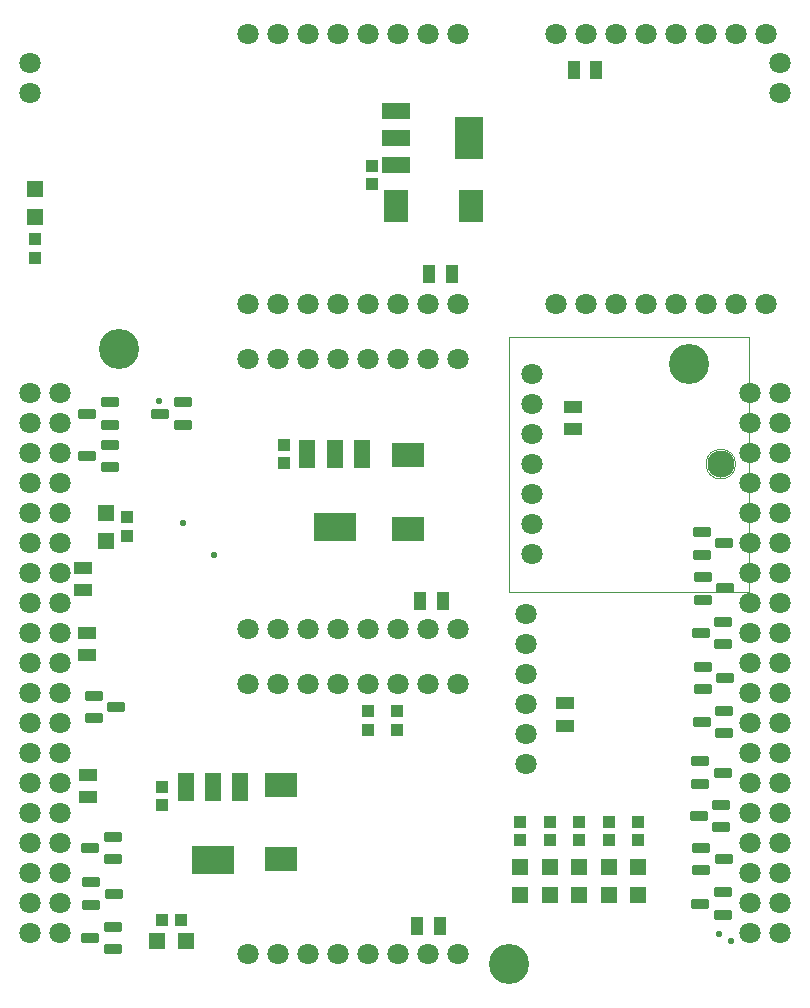
<source format=gbr>
%TF.GenerationSoftware,Altium Limited,Altium Designer,20.1.14 (287)*%
G04 Layer_Color=32768*
%FSLAX45Y45*%
%MOMM*%
%TF.SameCoordinates,7B5A7627-AB34-47FD-98C4-24A8EE2920DC*%
%TF.FilePolarity,Negative*%
%TF.FileFunction,Soldermask,Top*%
%TF.Part,Single*%
G01*
G75*
%TA.AperFunction,ComponentPad*%
%ADD35C,1.80000*%
%ADD36C,2.30000*%
%TA.AperFunction,WasherPad*%
%ADD37C,3.40000*%
%TA.AperFunction,ViaPad*%
%ADD38C,0.55000*%
%TA.AperFunction,NonConductor*%
%ADD44C,0.01270*%
%TA.AperFunction,SMDPad,CuDef*%
%ADD45R,1.50000X1.10000*%
G04:AMPARAMS|DCode=46|XSize=0.8mm|YSize=1.6mm|CornerRadius=0.16mm|HoleSize=0mm|Usage=FLASHONLY|Rotation=270.000|XOffset=0mm|YOffset=0mm|HoleType=Round|Shape=RoundedRectangle|*
%AMROUNDEDRECTD46*
21,1,0.80000,1.28000,0,0,270.0*
21,1,0.48000,1.60000,0,0,270.0*
1,1,0.32000,-0.64000,-0.24000*
1,1,0.32000,-0.64000,0.24000*
1,1,0.32000,0.64000,0.24000*
1,1,0.32000,0.64000,-0.24000*
%
%ADD46ROUNDEDRECTD46*%
%ADD47R,1.00000X1.00000*%
%ADD48R,1.45000X1.40000*%
%ADD49R,1.10000X1.50000*%
%ADD50R,1.00000X1.00000*%
%ADD51R,3.60000X2.40000*%
%ADD52R,1.40000X2.40000*%
%ADD53R,2.40000X3.60000*%
%ADD54R,2.40000X1.40000*%
%ADD55R,1.40000X1.45000*%
%ADD56R,2.70000X2.00000*%
%ADD57R,2.00000X2.70000*%
D35*
X4550000Y2733000D02*
D03*
X350000Y7654500D02*
D03*
Y7908500D02*
D03*
X6700000Y7654500D02*
D03*
Y7908500D02*
D03*
X6446000Y542500D02*
D03*
X6700000Y5114500D02*
D03*
Y4860500D02*
D03*
Y4606500D02*
D03*
Y4352500D02*
D03*
Y4098500D02*
D03*
Y3844500D02*
D03*
Y3590500D02*
D03*
Y3336500D02*
D03*
Y3082500D02*
D03*
Y2828500D02*
D03*
Y2574500D02*
D03*
Y2320500D02*
D03*
Y2066500D02*
D03*
Y1812500D02*
D03*
Y1558500D02*
D03*
Y1304500D02*
D03*
Y1050500D02*
D03*
Y796500D02*
D03*
Y542500D02*
D03*
X6446000Y5114500D02*
D03*
Y4860500D02*
D03*
Y4606500D02*
D03*
Y4352500D02*
D03*
Y4098500D02*
D03*
Y3844500D02*
D03*
Y3590500D02*
D03*
Y3336500D02*
D03*
Y3082500D02*
D03*
Y2828500D02*
D03*
Y2574500D02*
D03*
Y2320500D02*
D03*
Y2066500D02*
D03*
Y1812500D02*
D03*
Y1558500D02*
D03*
Y1304500D02*
D03*
Y1050500D02*
D03*
Y796500D02*
D03*
X604000Y5114500D02*
D03*
Y4860500D02*
D03*
Y4606500D02*
D03*
Y4352500D02*
D03*
Y4098500D02*
D03*
Y3844500D02*
D03*
Y3590500D02*
D03*
Y3336500D02*
D03*
Y3082500D02*
D03*
Y2828500D02*
D03*
Y2574500D02*
D03*
Y2320500D02*
D03*
Y2066500D02*
D03*
Y1812500D02*
D03*
Y1558500D02*
D03*
Y1304500D02*
D03*
Y1050500D02*
D03*
Y796500D02*
D03*
Y542500D02*
D03*
X350000Y5114500D02*
D03*
Y4860500D02*
D03*
Y4606500D02*
D03*
Y4352500D02*
D03*
Y4098500D02*
D03*
Y3844500D02*
D03*
Y3590500D02*
D03*
Y3336500D02*
D03*
Y3082500D02*
D03*
Y2828500D02*
D03*
Y2574500D02*
D03*
Y2320500D02*
D03*
Y2066500D02*
D03*
Y1812500D02*
D03*
Y1558500D02*
D03*
Y1304500D02*
D03*
Y1050500D02*
D03*
Y796500D02*
D03*
Y542500D02*
D03*
X6578000Y5864000D02*
D03*
X6324000D02*
D03*
X6070000D02*
D03*
X5816000D02*
D03*
X5562000D02*
D03*
X5308000D02*
D03*
X5054000D02*
D03*
X4800000D02*
D03*
Y8150000D02*
D03*
X5054000D02*
D03*
X5308000D02*
D03*
X5562000D02*
D03*
X5816000D02*
D03*
X6070000D02*
D03*
X6578000D02*
D03*
X6324000D02*
D03*
X2200000Y2650000D02*
D03*
X2454000D02*
D03*
X2708000D02*
D03*
X2962000D02*
D03*
X3216000D02*
D03*
X3470000D02*
D03*
X3724000D02*
D03*
X3978000D02*
D03*
Y364000D02*
D03*
X3724000D02*
D03*
X3470000D02*
D03*
X3216000D02*
D03*
X2962000D02*
D03*
X2708000D02*
D03*
X2200000D02*
D03*
X2454000D02*
D03*
X2200000Y5400000D02*
D03*
X2454000D02*
D03*
X2708000D02*
D03*
X2962000D02*
D03*
X3216000D02*
D03*
X3470000D02*
D03*
X3724000D02*
D03*
X3978000D02*
D03*
Y3114000D02*
D03*
X3724000D02*
D03*
X3470000D02*
D03*
X3216000D02*
D03*
X2962000D02*
D03*
X2708000D02*
D03*
X2200000D02*
D03*
X2454000D02*
D03*
Y5864000D02*
D03*
X2200000D02*
D03*
X2708000D02*
D03*
X2962000D02*
D03*
X3216000D02*
D03*
X3470000D02*
D03*
X3724000D02*
D03*
X3978000D02*
D03*
Y8150000D02*
D03*
X3724000D02*
D03*
X3470000D02*
D03*
X3216000D02*
D03*
X2962000D02*
D03*
X2708000D02*
D03*
X2454000D02*
D03*
X2200000D02*
D03*
X4550000Y3241000D02*
D03*
Y2479000D02*
D03*
Y2225000D02*
D03*
Y1971000D02*
D03*
Y2987000D02*
D03*
X4600000Y3749000D02*
D03*
Y4003000D02*
D03*
Y4257000D02*
D03*
Y4511000D02*
D03*
Y4765000D02*
D03*
Y5019000D02*
D03*
Y5273000D02*
D03*
D36*
X6199565Y4511635D02*
D03*
D37*
X4407135Y280135D02*
D03*
X5930835Y5359970D02*
D03*
X1104835Y5486970D02*
D03*
D38*
X1440000Y5050000D02*
D03*
X1650000Y4010000D02*
D03*
X1910000Y3740000D02*
D03*
X6284961Y477438D02*
D03*
X6179988Y529999D02*
D03*
D44*
X6325255Y4511635D02*
G03*
X6325255Y4511635I-125689J0D01*
G01*
X6440865Y3432135D02*
Y5591135D01*
X4408865Y3432135D02*
Y5591135D01*
Y3432135D02*
X6440865D01*
X4408865Y5591135D02*
X6440865D01*
D45*
X800000Y3635000D02*
D03*
Y3445000D02*
D03*
X830000Y3085000D02*
D03*
Y2895000D02*
D03*
X845000Y1693412D02*
D03*
Y1883412D02*
D03*
X4880000Y2485000D02*
D03*
Y2295000D02*
D03*
X4950000Y4995000D02*
D03*
Y4805000D02*
D03*
D46*
X1050000Y1165000D02*
D03*
Y1355000D02*
D03*
X860000Y1260000D02*
D03*
X1050000Y405000D02*
D03*
Y595000D02*
D03*
X860000Y500000D02*
D03*
X6220000Y2985000D02*
D03*
Y3174999D02*
D03*
X6030000Y3080000D02*
D03*
X890000Y2550000D02*
D03*
Y2360000D02*
D03*
X1080000Y2455000D02*
D03*
X870000Y970000D02*
D03*
Y780000D02*
D03*
X1060000Y875000D02*
D03*
X6205000Y1438432D02*
D03*
Y1628432D02*
D03*
X6015000Y1533432D02*
D03*
X1645000Y4845000D02*
D03*
Y5035000D02*
D03*
X1455000Y4940000D02*
D03*
X6025000Y1995000D02*
D03*
Y1805000D02*
D03*
X6215000Y1900000D02*
D03*
X6035000Y1265000D02*
D03*
Y1075000D02*
D03*
X6225000Y1170000D02*
D03*
X6230000Y2235000D02*
D03*
Y2425000D02*
D03*
X6040000Y2330000D02*
D03*
Y3935000D02*
D03*
Y3745000D02*
D03*
X6230000Y3840000D02*
D03*
X6045000Y3555000D02*
D03*
Y3365000D02*
D03*
X6235000Y3460000D02*
D03*
X6215000Y695000D02*
D03*
Y885000D02*
D03*
X6025000Y790000D02*
D03*
X6045000Y2795000D02*
D03*
Y2605000D02*
D03*
X6235000Y2700000D02*
D03*
X1025000Y4845000D02*
D03*
Y5035000D02*
D03*
X835000Y4940000D02*
D03*
X1025000Y4485000D02*
D03*
Y4675000D02*
D03*
X835000Y4580000D02*
D03*
D47*
X5500000Y1485000D02*
D03*
Y1325000D02*
D03*
X5250000Y1485000D02*
D03*
Y1325000D02*
D03*
X5000000Y1485000D02*
D03*
Y1325000D02*
D03*
X4750000Y1485000D02*
D03*
Y1325000D02*
D03*
X4500000Y1485000D02*
D03*
Y1325000D02*
D03*
X1170000Y4060000D02*
D03*
Y3900000D02*
D03*
X390000Y6420000D02*
D03*
Y6260000D02*
D03*
X2500000Y4525000D02*
D03*
Y4675000D02*
D03*
X3250000Y7035000D02*
D03*
Y6885000D02*
D03*
X1470000Y1775000D02*
D03*
Y1625000D02*
D03*
X3216000Y2260000D02*
D03*
Y2420000D02*
D03*
X3460000Y2260000D02*
D03*
Y2420000D02*
D03*
D48*
X5500000Y1100000D02*
D03*
Y860000D02*
D03*
X5250000D02*
D03*
Y1100000D02*
D03*
X5000000D02*
D03*
Y860000D02*
D03*
X4750000D02*
D03*
Y1100000D02*
D03*
X4500000D02*
D03*
Y860000D02*
D03*
X990000Y4100000D02*
D03*
Y3860000D02*
D03*
X390000Y6600000D02*
D03*
Y6840000D02*
D03*
D49*
X5145000Y7850000D02*
D03*
X4955000D02*
D03*
X3730000Y6117497D02*
D03*
X3920000D02*
D03*
X3630000Y600000D02*
D03*
X3820000D02*
D03*
X3655000Y3350000D02*
D03*
X3845000D02*
D03*
D50*
X1630000Y650000D02*
D03*
X1470000D02*
D03*
D51*
X2930000Y3980000D02*
D03*
X1898061Y1155916D02*
D03*
D52*
X2700000Y4600000D02*
D03*
X3160000D02*
D03*
X2930000D02*
D03*
X1668061Y1775915D02*
D03*
X2128061D02*
D03*
X1898061D02*
D03*
D53*
X4070000Y7270000D02*
D03*
D54*
X3450000Y7040000D02*
D03*
Y7500000D02*
D03*
Y7270000D02*
D03*
D55*
X1670000Y470000D02*
D03*
X1430000D02*
D03*
D56*
X3550000Y4590000D02*
D03*
X3549992Y3958588D02*
D03*
X2475008Y1796412D02*
D03*
X2475000Y1165000D02*
D03*
D57*
X3450000Y6700000D02*
D03*
X4081412Y6699992D02*
D03*
%TF.MD5,b4e13232926cd15f0a13fa2e826d8073*%
M02*

</source>
